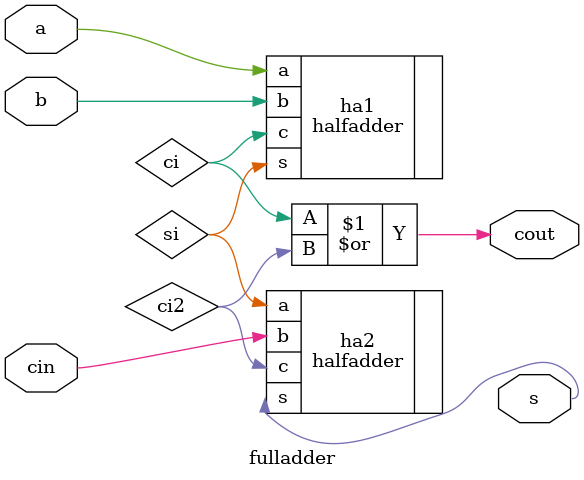
<source format=v>
`timescale 1ns/10ps

module fulladder(
	input a,
	input b,
	input cin,
	output cout,
	output s
);
	wire ci, si, ci2;
	halfadder ha1(
		.a (a),
		.b (b),
		.c (ci),
		.s (si)
	);
	halfadder ha2(
		.a (si),
		.b (cin),
		.c (ci2),
		.s (s)
	);

	//always @(ci or ci2)
	assign cout = ci | ci2;
endmodule 

</source>
